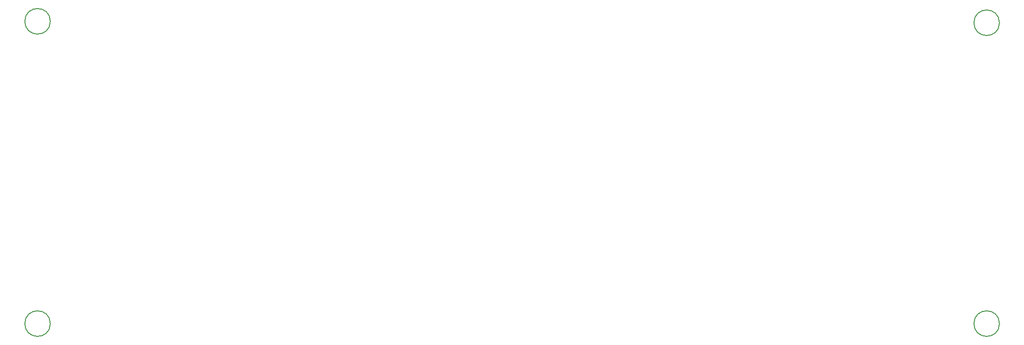
<source format=gbr>
%TF.GenerationSoftware,KiCad,Pcbnew,7.0.9*%
%TF.CreationDate,2023-12-10T13:16:36+00:00*%
%TF.ProjectId,Robust-IO-Expander,526f6275-7374-42d4-994f-2d457870616e,V1*%
%TF.SameCoordinates,Original*%
%TF.FileFunction,Other,Comment*%
%FSLAX46Y46*%
G04 Gerber Fmt 4.6, Leading zero omitted, Abs format (unit mm)*
G04 Created by KiCad (PCBNEW 7.0.9) date 2023-12-10 13:16:36*
%MOMM*%
%LPD*%
G01*
G04 APERTURE LIST*
%ADD10C,0.150000*%
G04 APERTURE END LIST*
D10*
%TO.C,H1*%
X58892000Y-130556000D02*
G75*
G03*
X58892000Y-130556000I-2250000J0D01*
G01*
%TO.C,H2*%
X226278000Y-130556000D02*
G75*
G03*
X226278000Y-130556000I-2250000J0D01*
G01*
%TO.C,H3*%
X58892000Y-77216000D02*
G75*
G03*
X58892000Y-77216000I-2250000J0D01*
G01*
%TO.C,H4*%
X226278000Y-77470000D02*
G75*
G03*
X226278000Y-77470000I-2250000J0D01*
G01*
%TD*%
M02*

</source>
